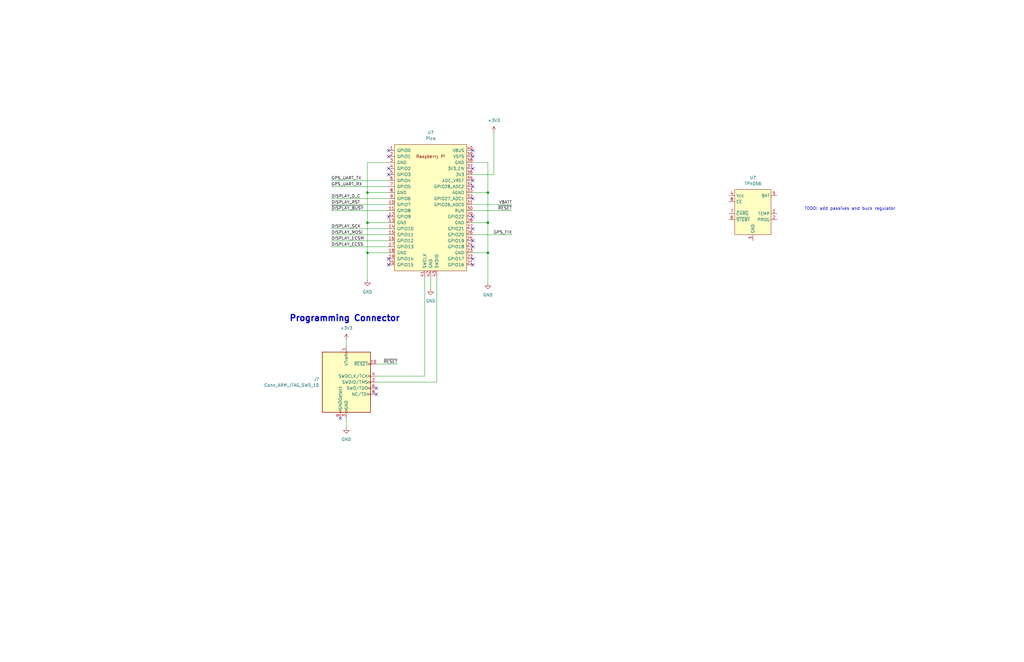
<source format=kicad_sch>
(kicad_sch (version 20211123) (generator eeschema)

  (uuid e63e39d7-6ac0-4ffd-8aa3-1841a4541b55)

  (paper "B")

  (lib_symbols
    (symbol "Connector:Conn_ARM_JTAG_SWD_10" (pin_names (offset 1.016)) (in_bom yes) (on_board yes)
      (property "Reference" "J" (id 0) (at -2.54 16.51 0)
        (effects (font (size 1.27 1.27)) (justify right))
      )
      (property "Value" "Conn_ARM_JTAG_SWD_10" (id 1) (at -2.54 13.97 0)
        (effects (font (size 1.27 1.27)) (justify right bottom))
      )
      (property "Footprint" "" (id 2) (at 0 0 0)
        (effects (font (size 1.27 1.27)) hide)
      )
      (property "Datasheet" "http://infocenter.arm.com/help/topic/com.arm.doc.ddi0314h/DDI0314H_coresight_components_trm.pdf" (id 3) (at -8.89 -31.75 90)
        (effects (font (size 1.27 1.27)) hide)
      )
      (property "ki_keywords" "Cortex Debug Connector ARM SWD JTAG" (id 4) (at 0 0 0)
        (effects (font (size 1.27 1.27)) hide)
      )
      (property "ki_description" "Cortex Debug Connector, standard ARM Cortex-M SWD and JTAG interface" (id 5) (at 0 0 0)
        (effects (font (size 1.27 1.27)) hide)
      )
      (property "ki_fp_filters" "PinHeader?2x05?P1.27mm*" (id 6) (at 0 0 0)
        (effects (font (size 1.27 1.27)) hide)
      )
      (symbol "Conn_ARM_JTAG_SWD_10_0_1"
        (rectangle (start -10.16 12.7) (end 10.16 -12.7)
          (stroke (width 0.254) (type default) (color 0 0 0 0))
          (fill (type background))
        )
        (rectangle (start -2.794 -12.7) (end -2.286 -11.684)
          (stroke (width 0) (type default) (color 0 0 0 0))
          (fill (type none))
        )
        (rectangle (start -0.254 -12.7) (end 0.254 -11.684)
          (stroke (width 0) (type default) (color 0 0 0 0))
          (fill (type none))
        )
        (rectangle (start -0.254 12.7) (end 0.254 11.684)
          (stroke (width 0) (type default) (color 0 0 0 0))
          (fill (type none))
        )
        (rectangle (start 9.144 2.286) (end 10.16 2.794)
          (stroke (width 0) (type default) (color 0 0 0 0))
          (fill (type none))
        )
        (rectangle (start 10.16 -2.794) (end 9.144 -2.286)
          (stroke (width 0) (type default) (color 0 0 0 0))
          (fill (type none))
        )
        (rectangle (start 10.16 -0.254) (end 9.144 0.254)
          (stroke (width 0) (type default) (color 0 0 0 0))
          (fill (type none))
        )
        (rectangle (start 10.16 7.874) (end 9.144 7.366)
          (stroke (width 0) (type default) (color 0 0 0 0))
          (fill (type none))
        )
      )
      (symbol "Conn_ARM_JTAG_SWD_10_1_1"
        (rectangle (start 9.144 -5.334) (end 10.16 -4.826)
          (stroke (width 0) (type default) (color 0 0 0 0))
          (fill (type none))
        )
        (pin power_in line (at 0 15.24 270) (length 2.54)
          (name "VTref" (effects (font (size 1.27 1.27))))
          (number "1" (effects (font (size 1.27 1.27))))
        )
        (pin open_collector line (at 12.7 7.62 180) (length 2.54)
          (name "~{RESET}" (effects (font (size 1.27 1.27))))
          (number "10" (effects (font (size 1.27 1.27))))
        )
        (pin bidirectional line (at 12.7 0 180) (length 2.54)
          (name "SWDIO/TMS" (effects (font (size 1.27 1.27))))
          (number "2" (effects (font (size 1.27 1.27))))
        )
        (pin power_in line (at 0 -15.24 90) (length 2.54)
          (name "GND" (effects (font (size 1.27 1.27))))
          (number "3" (effects (font (size 1.27 1.27))))
        )
        (pin output line (at 12.7 2.54 180) (length 2.54)
          (name "SWDCLK/TCK" (effects (font (size 1.27 1.27))))
          (number "4" (effects (font (size 1.27 1.27))))
        )
        (pin passive line (at 0 -15.24 90) (length 2.54) hide
          (name "GND" (effects (font (size 1.27 1.27))))
          (number "5" (effects (font (size 1.27 1.27))))
        )
        (pin input line (at 12.7 -2.54 180) (length 2.54)
          (name "SWO/TDO" (effects (font (size 1.27 1.27))))
          (number "6" (effects (font (size 1.27 1.27))))
        )
        (pin no_connect line (at -10.16 0 0) (length 2.54) hide
          (name "KEY" (effects (font (size 1.27 1.27))))
          (number "7" (effects (font (size 1.27 1.27))))
        )
        (pin output line (at 12.7 -5.08 180) (length 2.54)
          (name "NC/TDI" (effects (font (size 1.27 1.27))))
          (number "8" (effects (font (size 1.27 1.27))))
        )
        (pin passive line (at -2.54 -15.24 90) (length 2.54)
          (name "GNDDetect" (effects (font (size 1.27 1.27))))
          (number "9" (effects (font (size 1.27 1.27))))
        )
      )
    )
    (symbol "Custom_Battery_Management:TP4056" (in_bom yes) (on_board yes)
      (property "Reference" "U" (id 0) (at -6.35 8.89 0)
        (effects (font (size 1.27 1.27)))
      )
      (property "Value" "TP4056" (id 1) (at 5.08 8.89 0)
        (effects (font (size 1.27 1.27)))
      )
      (property "Footprint" "Package_SO:HSOP-8-1EP_3.9x4.9mm_P1.27mm_EP2.41x3.1mm_ThermalVias" (id 2) (at 0 15.24 0)
        (effects (font (size 1.27 1.27)) hide)
      )
      (property "Datasheet" "https://dlnmh9ip6v2uc.cloudfront.net/datasheets/Prototyping/TP4056.pdf" (id 3) (at 1.27 19.05 0)
        (effects (font (size 1.27 1.27)) hide)
      )
      (property "ki_keywords" "Battery Charger Li-Ion" (id 4) (at 0 0 0)
        (effects (font (size 1.27 1.27)) hide)
      )
      (property "ki_description" "1A Standalone Linear Li-lon Battery Charger with Thermal" (id 5) (at 0 0 0)
        (effects (font (size 1.27 1.27)) hide)
      )
      (symbol "TP4056_0_1"
        (rectangle (start -7.62 7.62) (end 7.62 -11.43)
          (stroke (width 0) (type default) (color 0 0 0 0))
          (fill (type background))
        )
      )
      (symbol "TP4056_1_1"
        (pin input line (at 10.16 -2.54 180) (length 2.54)
          (name "TEMP" (effects (font (size 1.27 1.27))))
          (number "1" (effects (font (size 1.27 1.27))))
        )
        (pin input line (at 10.16 -5.08 180) (length 2.54)
          (name "PROG" (effects (font (size 1.27 1.27))))
          (number "2" (effects (font (size 1.27 1.27))))
        )
        (pin power_in line (at 0 -13.97 90) (length 2.54)
          (name "GND" (effects (font (size 1.27 1.27))))
          (number "3" (effects (font (size 1.27 1.27))))
        )
        (pin power_in line (at -10.16 5.08 0) (length 2.54)
          (name "Vcc" (effects (font (size 1.27 1.27))))
          (number "4" (effects (font (size 1.27 1.27))))
        )
        (pin power_out line (at 10.16 5.08 180) (length 2.54)
          (name "BAT" (effects (font (size 1.27 1.27))))
          (number "5" (effects (font (size 1.27 1.27))))
        )
        (pin open_collector line (at -10.16 -5.08 0) (length 2.54)
          (name "~{STDBY}" (effects (font (size 1.27 1.27))))
          (number "6" (effects (font (size 1.27 1.27))))
        )
        (pin open_collector line (at -10.16 -2.54 0) (length 2.54)
          (name "~{CHRG}" (effects (font (size 1.27 1.27))))
          (number "7" (effects (font (size 1.27 1.27))))
        )
        (pin input line (at -10.16 2.54 0) (length 2.54)
          (name "CE" (effects (font (size 1.27 1.27))))
          (number "8" (effects (font (size 1.27 1.27))))
        )
      )
    )
    (symbol "MCU_RaspberryPi_and_Boards:Pico" (pin_names (offset 1.016)) (in_bom yes) (on_board yes)
      (property "Reference" "U" (id 0) (at -13.97 27.94 0)
        (effects (font (size 1.27 1.27)))
      )
      (property "Value" "Pico" (id 1) (at 0 19.05 0)
        (effects (font (size 1.27 1.27)))
      )
      (property "Footprint" "RPi_Pico:RPi_Pico_SMD_TH" (id 2) (at 0 0 90)
        (effects (font (size 1.27 1.27)) hide)
      )
      (property "Datasheet" "" (id 3) (at 0 0 0)
        (effects (font (size 1.27 1.27)) hide)
      )
      (symbol "Pico_0_0"
        (text "Raspberry Pi" (at 0 21.59 0)
          (effects (font (size 1.27 1.27)))
        )
      )
      (symbol "Pico_0_1"
        (rectangle (start -15.24 26.67) (end 15.24 -26.67)
          (stroke (width 0) (type default) (color 0 0 0 0))
          (fill (type background))
        )
      )
      (symbol "Pico_1_1"
        (pin bidirectional line (at -17.78 24.13 0) (length 2.54)
          (name "GPIO0" (effects (font (size 1.27 1.27))))
          (number "1" (effects (font (size 1.27 1.27))))
        )
        (pin bidirectional line (at -17.78 1.27 0) (length 2.54)
          (name "GPIO7" (effects (font (size 1.27 1.27))))
          (number "10" (effects (font (size 1.27 1.27))))
        )
        (pin bidirectional line (at -17.78 -1.27 0) (length 2.54)
          (name "GPIO8" (effects (font (size 1.27 1.27))))
          (number "11" (effects (font (size 1.27 1.27))))
        )
        (pin bidirectional line (at -17.78 -3.81 0) (length 2.54)
          (name "GPIO9" (effects (font (size 1.27 1.27))))
          (number "12" (effects (font (size 1.27 1.27))))
        )
        (pin power_in line (at -17.78 -6.35 0) (length 2.54)
          (name "GND" (effects (font (size 1.27 1.27))))
          (number "13" (effects (font (size 1.27 1.27))))
        )
        (pin bidirectional line (at -17.78 -8.89 0) (length 2.54)
          (name "GPIO10" (effects (font (size 1.27 1.27))))
          (number "14" (effects (font (size 1.27 1.27))))
        )
        (pin bidirectional line (at -17.78 -11.43 0) (length 2.54)
          (name "GPIO11" (effects (font (size 1.27 1.27))))
          (number "15" (effects (font (size 1.27 1.27))))
        )
        (pin bidirectional line (at -17.78 -13.97 0) (length 2.54)
          (name "GPIO12" (effects (font (size 1.27 1.27))))
          (number "16" (effects (font (size 1.27 1.27))))
        )
        (pin bidirectional line (at -17.78 -16.51 0) (length 2.54)
          (name "GPIO13" (effects (font (size 1.27 1.27))))
          (number "17" (effects (font (size 1.27 1.27))))
        )
        (pin power_in line (at -17.78 -19.05 0) (length 2.54)
          (name "GND" (effects (font (size 1.27 1.27))))
          (number "18" (effects (font (size 1.27 1.27))))
        )
        (pin bidirectional line (at -17.78 -21.59 0) (length 2.54)
          (name "GPIO14" (effects (font (size 1.27 1.27))))
          (number "19" (effects (font (size 1.27 1.27))))
        )
        (pin bidirectional line (at -17.78 21.59 0) (length 2.54)
          (name "GPIO1" (effects (font (size 1.27 1.27))))
          (number "2" (effects (font (size 1.27 1.27))))
        )
        (pin bidirectional line (at -17.78 -24.13 0) (length 2.54)
          (name "GPIO15" (effects (font (size 1.27 1.27))))
          (number "20" (effects (font (size 1.27 1.27))))
        )
        (pin bidirectional line (at 17.78 -24.13 180) (length 2.54)
          (name "GPIO16" (effects (font (size 1.27 1.27))))
          (number "21" (effects (font (size 1.27 1.27))))
        )
        (pin bidirectional line (at 17.78 -21.59 180) (length 2.54)
          (name "GPIO17" (effects (font (size 1.27 1.27))))
          (number "22" (effects (font (size 1.27 1.27))))
        )
        (pin power_in line (at 17.78 -19.05 180) (length 2.54)
          (name "GND" (effects (font (size 1.27 1.27))))
          (number "23" (effects (font (size 1.27 1.27))))
        )
        (pin bidirectional line (at 17.78 -16.51 180) (length 2.54)
          (name "GPIO18" (effects (font (size 1.27 1.27))))
          (number "24" (effects (font (size 1.27 1.27))))
        )
        (pin bidirectional line (at 17.78 -13.97 180) (length 2.54)
          (name "GPIO19" (effects (font (size 1.27 1.27))))
          (number "25" (effects (font (size 1.27 1.27))))
        )
        (pin bidirectional line (at 17.78 -11.43 180) (length 2.54)
          (name "GPIO20" (effects (font (size 1.27 1.27))))
          (number "26" (effects (font (size 1.27 1.27))))
        )
        (pin bidirectional line (at 17.78 -8.89 180) (length 2.54)
          (name "GPIO21" (effects (font (size 1.27 1.27))))
          (number "27" (effects (font (size 1.27 1.27))))
        )
        (pin power_in line (at 17.78 -6.35 180) (length 2.54)
          (name "GND" (effects (font (size 1.27 1.27))))
          (number "28" (effects (font (size 1.27 1.27))))
        )
        (pin bidirectional line (at 17.78 -3.81 180) (length 2.54)
          (name "GPIO22" (effects (font (size 1.27 1.27))))
          (number "29" (effects (font (size 1.27 1.27))))
        )
        (pin power_in line (at -17.78 19.05 0) (length 2.54)
          (name "GND" (effects (font (size 1.27 1.27))))
          (number "3" (effects (font (size 1.27 1.27))))
        )
        (pin input line (at 17.78 -1.27 180) (length 2.54)
          (name "RUN" (effects (font (size 1.27 1.27))))
          (number "30" (effects (font (size 1.27 1.27))))
        )
        (pin bidirectional line (at 17.78 1.27 180) (length 2.54)
          (name "GPIO26_ADC0" (effects (font (size 1.27 1.27))))
          (number "31" (effects (font (size 1.27 1.27))))
        )
        (pin bidirectional line (at 17.78 3.81 180) (length 2.54)
          (name "GPIO27_ADC1" (effects (font (size 1.27 1.27))))
          (number "32" (effects (font (size 1.27 1.27))))
        )
        (pin power_in line (at 17.78 6.35 180) (length 2.54)
          (name "AGND" (effects (font (size 1.27 1.27))))
          (number "33" (effects (font (size 1.27 1.27))))
        )
        (pin bidirectional line (at 17.78 8.89 180) (length 2.54)
          (name "GPIO28_ADC2" (effects (font (size 1.27 1.27))))
          (number "34" (effects (font (size 1.27 1.27))))
        )
        (pin unspecified line (at 17.78 11.43 180) (length 2.54)
          (name "ADC_VREF" (effects (font (size 1.27 1.27))))
          (number "35" (effects (font (size 1.27 1.27))))
        )
        (pin unspecified line (at 17.78 13.97 180) (length 2.54)
          (name "3V3" (effects (font (size 1.27 1.27))))
          (number "36" (effects (font (size 1.27 1.27))))
        )
        (pin input line (at 17.78 16.51 180) (length 2.54)
          (name "3V3_EN" (effects (font (size 1.27 1.27))))
          (number "37" (effects (font (size 1.27 1.27))))
        )
        (pin bidirectional line (at 17.78 19.05 180) (length 2.54)
          (name "GND" (effects (font (size 1.27 1.27))))
          (number "38" (effects (font (size 1.27 1.27))))
        )
        (pin unspecified line (at 17.78 21.59 180) (length 2.54)
          (name "VSYS" (effects (font (size 1.27 1.27))))
          (number "39" (effects (font (size 1.27 1.27))))
        )
        (pin bidirectional line (at -17.78 16.51 0) (length 2.54)
          (name "GPIO2" (effects (font (size 1.27 1.27))))
          (number "4" (effects (font (size 1.27 1.27))))
        )
        (pin unspecified line (at 17.78 24.13 180) (length 2.54)
          (name "VBUS" (effects (font (size 1.27 1.27))))
          (number "40" (effects (font (size 1.27 1.27))))
        )
        (pin input line (at -2.54 -29.21 90) (length 2.54)
          (name "SWCLK" (effects (font (size 1.27 1.27))))
          (number "41" (effects (font (size 1.27 1.27))))
        )
        (pin power_in line (at 0 -29.21 90) (length 2.54)
          (name "GND" (effects (font (size 1.27 1.27))))
          (number "42" (effects (font (size 1.27 1.27))))
        )
        (pin bidirectional line (at 2.54 -29.21 90) (length 2.54)
          (name "SWDIO" (effects (font (size 1.27 1.27))))
          (number "43" (effects (font (size 1.27 1.27))))
        )
        (pin bidirectional line (at -17.78 13.97 0) (length 2.54)
          (name "GPIO3" (effects (font (size 1.27 1.27))))
          (number "5" (effects (font (size 1.27 1.27))))
        )
        (pin bidirectional line (at -17.78 11.43 0) (length 2.54)
          (name "GPIO4" (effects (font (size 1.27 1.27))))
          (number "6" (effects (font (size 1.27 1.27))))
        )
        (pin bidirectional line (at -17.78 8.89 0) (length 2.54)
          (name "GPIO5" (effects (font (size 1.27 1.27))))
          (number "7" (effects (font (size 1.27 1.27))))
        )
        (pin power_in line (at -17.78 6.35 0) (length 2.54)
          (name "GND" (effects (font (size 1.27 1.27))))
          (number "8" (effects (font (size 1.27 1.27))))
        )
        (pin bidirectional line (at -17.78 3.81 0) (length 2.54)
          (name "GPIO6" (effects (font (size 1.27 1.27))))
          (number "9" (effects (font (size 1.27 1.27))))
        )
      )
    )
    (symbol "power:+3V3" (power) (pin_names (offset 0)) (in_bom yes) (on_board yes)
      (property "Reference" "#PWR" (id 0) (at 0 -3.81 0)
        (effects (font (size 1.27 1.27)) hide)
      )
      (property "Value" "+3V3" (id 1) (at 0 3.556 0)
        (effects (font (size 1.27 1.27)))
      )
      (property "Footprint" "" (id 2) (at 0 0 0)
        (effects (font (size 1.27 1.27)) hide)
      )
      (property "Datasheet" "" (id 3) (at 0 0 0)
        (effects (font (size 1.27 1.27)) hide)
      )
      (property "ki_keywords" "power-flag" (id 4) (at 0 0 0)
        (effects (font (size 1.27 1.27)) hide)
      )
      (property "ki_description" "Power symbol creates a global label with name \"+3V3\"" (id 5) (at 0 0 0)
        (effects (font (size 1.27 1.27)) hide)
      )
      (symbol "+3V3_0_1"
        (polyline
          (pts
            (xy -0.762 1.27)
            (xy 0 2.54)
          )
          (stroke (width 0) (type default) (color 0 0 0 0))
          (fill (type none))
        )
        (polyline
          (pts
            (xy 0 0)
            (xy 0 2.54)
          )
          (stroke (width 0) (type default) (color 0 0 0 0))
          (fill (type none))
        )
        (polyline
          (pts
            (xy 0 2.54)
            (xy 0.762 1.27)
          )
          (stroke (width 0) (type default) (color 0 0 0 0))
          (fill (type none))
        )
      )
      (symbol "+3V3_1_1"
        (pin power_in line (at 0 0 90) (length 0) hide
          (name "+3V3" (effects (font (size 1.27 1.27))))
          (number "1" (effects (font (size 1.27 1.27))))
        )
      )
    )
    (symbol "power:GND" (power) (pin_names (offset 0)) (in_bom yes) (on_board yes)
      (property "Reference" "#PWR" (id 0) (at 0 -6.35 0)
        (effects (font (size 1.27 1.27)) hide)
      )
      (property "Value" "GND" (id 1) (at 0 -3.81 0)
        (effects (font (size 1.27 1.27)))
      )
      (property "Footprint" "" (id 2) (at 0 0 0)
        (effects (font (size 1.27 1.27)) hide)
      )
      (property "Datasheet" "" (id 3) (at 0 0 0)
        (effects (font (size 1.27 1.27)) hide)
      )
      (property "ki_keywords" "power-flag" (id 4) (at 0 0 0)
        (effects (font (size 1.27 1.27)) hide)
      )
      (property "ki_description" "Power symbol creates a global label with name \"GND\" , ground" (id 5) (at 0 0 0)
        (effects (font (size 1.27 1.27)) hide)
      )
      (symbol "GND_0_1"
        (polyline
          (pts
            (xy 0 0)
            (xy 0 -1.27)
            (xy 1.27 -1.27)
            (xy 0 -2.54)
            (xy -1.27 -1.27)
            (xy 0 -1.27)
          )
          (stroke (width 0) (type default) (color 0 0 0 0))
          (fill (type none))
        )
      )
      (symbol "GND_1_1"
        (pin power_in line (at 0 0 270) (length 0) hide
          (name "GND" (effects (font (size 1.27 1.27))))
          (number "1" (effects (font (size 1.27 1.27))))
        )
      )
    )
  )

  (junction (at 154.94 93.98) (diameter 0) (color 0 0 0 0)
    (uuid 1fcc2ec0-30be-4aa8-ae93-e9c3b5c22e92)
  )
  (junction (at 205.74 106.68) (diameter 0) (color 0 0 0 0)
    (uuid 5fbd5982-7d69-4a47-b3d7-4594b7d5a78e)
  )
  (junction (at 205.74 93.98) (diameter 0) (color 0 0 0 0)
    (uuid 6b049703-ee73-4f85-95f4-f0ab9f24bced)
  )
  (junction (at 154.94 106.68) (diameter 0) (color 0 0 0 0)
    (uuid 8bc252d2-d881-4e18-ae45-53ac695f9597)
  )
  (junction (at 205.74 81.28) (diameter 0) (color 0 0 0 0)
    (uuid d98a2d59-4037-418e-a1f5-eba0fd09f8a9)
  )
  (junction (at 154.94 81.28) (diameter 0) (color 0 0 0 0)
    (uuid fa7b6f70-1650-411f-a051-d9a8d294bb13)
  )

  (no_connect (at 163.83 73.66) (uuid 17047d71-ef6b-4450-9aeb-cfa3cea51bf3))
  (no_connect (at 163.83 66.04) (uuid 17df1605-b46d-4afb-8881-e88d755c4fc5))
  (no_connect (at 163.83 109.22) (uuid 23311931-6c1b-441b-99ab-ce5f4388004e))
  (no_connect (at 199.39 76.2) (uuid 250dc1a6-364c-43f2-aa95-90d20389c1bd))
  (no_connect (at 199.39 91.44) (uuid 26d7ef4d-55f6-4c25-b836-f3312479386a))
  (no_connect (at 199.39 78.74) (uuid 27eee78b-6e03-4866-b136-0231906a47c1))
  (no_connect (at 143.51 176.53) (uuid 366a3063-3e08-4768-96ad-312b919ee5ec))
  (no_connect (at 199.39 101.6) (uuid 420d787d-b9f6-4e0e-91ad-db059dfb8022))
  (no_connect (at 199.39 71.12) (uuid 5717eda8-3bb7-48df-b5ac-18c446adb27e))
  (no_connect (at 163.83 63.5) (uuid 67b097ae-64e9-4b43-b5c7-1d233d48ca53))
  (no_connect (at 199.39 96.52) (uuid 8b2186f3-3f57-4130-95c5-776060a854fd))
  (no_connect (at 199.39 111.76) (uuid 94e72582-2f13-43d6-b2ae-73bf55217489))
  (no_connect (at 199.39 109.22) (uuid 988159fa-059c-4e0a-a5c9-30bedbe6e8cf))
  (no_connect (at 163.83 111.76) (uuid b1301aa4-e73e-4c37-a7ec-af0465593124))
  (no_connect (at 199.39 83.82) (uuid b6b9120c-aff7-4e99-ac38-11afd6024ae2))
  (no_connect (at 163.83 71.12) (uuid ba04b2f7-3095-4261-ac9b-23726111dd8e))
  (no_connect (at 158.75 163.83) (uuid ba928fd0-0032-4d41-bcf3-1b0c0ec35af8))
  (no_connect (at 158.75 166.37) (uuid ba928fd0-0032-4d41-bcf3-1b0c0ec35af9))
  (no_connect (at 199.39 66.04) (uuid ba9c876f-d920-41c5-b0ce-b1041caf0b16))
  (no_connect (at 199.39 63.5) (uuid bfff8e29-782e-4ed6-b231-7386f2624f91))
  (no_connect (at 163.83 91.44) (uuid fad69699-1bb6-43ee-92a6-97a12c14a022))
  (no_connect (at 199.39 104.14) (uuid fcf5212a-800c-4c24-a7b9-1be71e572fbf))

  (wire (pts (xy 139.7 83.82) (xy 163.83 83.82))
    (stroke (width 0) (type default) (color 0 0 0 0))
    (uuid 082e3919-f056-4fdc-9242-61d00df680f6)
  )
  (wire (pts (xy 139.7 99.06) (xy 163.83 99.06))
    (stroke (width 0) (type default) (color 0 0 0 0))
    (uuid 08599c5d-18df-4076-8d95-9afe2b0b7202)
  )
  (wire (pts (xy 208.28 73.66) (xy 199.39 73.66))
    (stroke (width 0) (type default) (color 0 0 0 0))
    (uuid 1bbf1dec-b7fe-4fc1-8c31-47e2c6516eb0)
  )
  (wire (pts (xy 184.15 161.29) (xy 184.15 116.84))
    (stroke (width 0) (type default) (color 0 0 0 0))
    (uuid 2184cff6-e21a-4328-9a9d-3c050a7b9a6a)
  )
  (wire (pts (xy 154.94 118.11) (xy 154.94 106.68))
    (stroke (width 0) (type default) (color 0 0 0 0))
    (uuid 2b313a30-e38d-433a-8138-4557444cf9ff)
  )
  (wire (pts (xy 154.94 106.68) (xy 154.94 93.98))
    (stroke (width 0) (type default) (color 0 0 0 0))
    (uuid 351009ad-a025-47f2-b571-906f7a025ba1)
  )
  (wire (pts (xy 205.74 119.38) (xy 205.74 106.68))
    (stroke (width 0) (type default) (color 0 0 0 0))
    (uuid 45979470-6bf5-4672-ac48-8108ae226059)
  )
  (wire (pts (xy 146.05 176.53) (xy 146.05 180.34))
    (stroke (width 0) (type default) (color 0 0 0 0))
    (uuid 5663de35-b6f5-4e23-84fd-f56bfdf3cbf6)
  )
  (wire (pts (xy 146.05 143.51) (xy 146.05 146.05))
    (stroke (width 0) (type default) (color 0 0 0 0))
    (uuid 61dc12f6-72f4-4afe-ab71-e6cc1a1d94da)
  )
  (wire (pts (xy 205.74 81.28) (xy 199.39 81.28))
    (stroke (width 0) (type default) (color 0 0 0 0))
    (uuid 61fec936-e481-4779-acaa-37c47459e30e)
  )
  (wire (pts (xy 139.7 104.14) (xy 163.83 104.14))
    (stroke (width 0) (type default) (color 0 0 0 0))
    (uuid 690323a3-1c05-46f5-9181-0c7bd326a406)
  )
  (wire (pts (xy 139.7 96.52) (xy 163.83 96.52))
    (stroke (width 0) (type default) (color 0 0 0 0))
    (uuid 70240b84-210b-475c-af2e-726312429f46)
  )
  (wire (pts (xy 199.39 86.36) (xy 215.9 86.36))
    (stroke (width 0) (type default) (color 0 0 0 0))
    (uuid 716a6c26-140e-47ca-800a-40596eb42cdc)
  )
  (wire (pts (xy 158.75 158.75) (xy 179.07 158.75))
    (stroke (width 0) (type default) (color 0 0 0 0))
    (uuid 7697f420-d0cf-44ef-8ac8-50070a10a9b3)
  )
  (wire (pts (xy 205.74 106.68) (xy 205.74 93.98))
    (stroke (width 0) (type default) (color 0 0 0 0))
    (uuid 7cb73c2c-2333-4e61-9278-e2fe026cedb5)
  )
  (wire (pts (xy 154.94 68.58) (xy 163.83 68.58))
    (stroke (width 0) (type default) (color 0 0 0 0))
    (uuid 7ede269c-c8d8-4200-b3d3-7607bdc9bc4a)
  )
  (wire (pts (xy 181.61 116.84) (xy 181.61 121.92))
    (stroke (width 0) (type default) (color 0 0 0 0))
    (uuid 8179b396-0b03-4c7d-8d14-66f79fb1d49f)
  )
  (wire (pts (xy 154.94 93.98) (xy 163.83 93.98))
    (stroke (width 0) (type default) (color 0 0 0 0))
    (uuid 823b0bf0-e5be-4abe-990a-396fa0fccba3)
  )
  (wire (pts (xy 154.94 81.28) (xy 154.94 68.58))
    (stroke (width 0) (type default) (color 0 0 0 0))
    (uuid 84bb4b12-2b5f-4303-80f3-dd6e0d51ac83)
  )
  (wire (pts (xy 205.74 93.98) (xy 199.39 93.98))
    (stroke (width 0) (type default) (color 0 0 0 0))
    (uuid 85880590-daaa-437f-b762-5258fda76b4a)
  )
  (wire (pts (xy 139.7 86.36) (xy 163.83 86.36))
    (stroke (width 0) (type default) (color 0 0 0 0))
    (uuid 8d9303c6-3404-40bf-8ab8-63c7f9648292)
  )
  (wire (pts (xy 139.7 76.2) (xy 163.83 76.2))
    (stroke (width 0) (type default) (color 0 0 0 0))
    (uuid 8ea4d0b1-8364-4566-9e67-c664fe032bb6)
  )
  (wire (pts (xy 158.75 161.29) (xy 184.15 161.29))
    (stroke (width 0) (type default) (color 0 0 0 0))
    (uuid 90df98fb-b627-4af7-9dcd-ba24b2dfeb50)
  )
  (wire (pts (xy 199.39 99.06) (xy 215.9 99.06))
    (stroke (width 0) (type default) (color 0 0 0 0))
    (uuid 97b40133-66d2-4e08-8775-1735f226e3a6)
  )
  (wire (pts (xy 205.74 93.98) (xy 205.74 81.28))
    (stroke (width 0) (type default) (color 0 0 0 0))
    (uuid 9b20f993-82b2-4c37-9c93-9b09c82fec8d)
  )
  (wire (pts (xy 158.75 153.67) (xy 167.64 153.67))
    (stroke (width 0) (type default) (color 0 0 0 0))
    (uuid 9de44c8f-42d4-4cc5-99cf-0788809dbb2f)
  )
  (wire (pts (xy 154.94 81.28) (xy 163.83 81.28))
    (stroke (width 0) (type default) (color 0 0 0 0))
    (uuid 9fb3ba29-a67b-461f-b657-fc1928481fa3)
  )
  (wire (pts (xy 139.7 101.6) (xy 163.83 101.6))
    (stroke (width 0) (type default) (color 0 0 0 0))
    (uuid a2820de7-ac5e-4e6c-b34d-05443eb45397)
  )
  (wire (pts (xy 179.07 158.75) (xy 179.07 116.84))
    (stroke (width 0) (type default) (color 0 0 0 0))
    (uuid afc3a914-9dc8-48d7-b4d3-fb47187cb64c)
  )
  (wire (pts (xy 139.7 88.9) (xy 163.83 88.9))
    (stroke (width 0) (type default) (color 0 0 0 0))
    (uuid b8f25fa4-52bf-4478-8ec0-9ed318efcf34)
  )
  (wire (pts (xy 205.74 106.68) (xy 199.39 106.68))
    (stroke (width 0) (type default) (color 0 0 0 0))
    (uuid c1d7ea6b-c5e6-4b3d-a247-8a0bf5247522)
  )
  (wire (pts (xy 208.28 55.88) (xy 208.28 73.66))
    (stroke (width 0) (type default) (color 0 0 0 0))
    (uuid c35c732a-13ba-4789-a13f-fd80d0822bdc)
  )
  (wire (pts (xy 139.7 78.74) (xy 163.83 78.74))
    (stroke (width 0) (type default) (color 0 0 0 0))
    (uuid ca8e1e75-57e3-4da2-8cd5-7a47fe21dd7b)
  )
  (wire (pts (xy 205.74 68.58) (xy 199.39 68.58))
    (stroke (width 0) (type default) (color 0 0 0 0))
    (uuid d30ed8f2-e3e8-4a86-8370-4b8ac8c61d1b)
  )
  (wire (pts (xy 199.39 88.9) (xy 215.9 88.9))
    (stroke (width 0) (type default) (color 0 0 0 0))
    (uuid d786ba89-e508-4df6-ac6b-62759b828385)
  )
  (wire (pts (xy 205.74 81.28) (xy 205.74 68.58))
    (stroke (width 0) (type default) (color 0 0 0 0))
    (uuid f6ea0516-3822-40bd-ab12-c2cd66dd1fd6)
  )
  (wire (pts (xy 154.94 106.68) (xy 163.83 106.68))
    (stroke (width 0) (type default) (color 0 0 0 0))
    (uuid f831e3ec-7a08-4345-b101-f5863c5c9dfd)
  )
  (wire (pts (xy 154.94 93.98) (xy 154.94 81.28))
    (stroke (width 0) (type default) (color 0 0 0 0))
    (uuid fa9c2274-8bdc-4a92-a172-06ce7d95615b)
  )

  (text "Programming Connector" (at 121.92 135.89 0)
    (effects (font (size 2.54 2.54) (thickness 0.508) bold) (justify left bottom))
    (uuid 7c534fd2-8ca8-4a2b-a928-8b18d4f48782)
  )
  (text "TODO: add passives and buck regulator" (at 339.09 88.9 0)
    (effects (font (size 1.27 1.27)) (justify left bottom))
    (uuid fcc763e2-e283-4276-bcbd-c5ee3bab97c7)
  )

  (label "~{DISPLAY_BUSY}" (at 139.7 88.9 0)
    (effects (font (size 1.27 1.27)) (justify left bottom))
    (uuid 00bb8352-ddd8-4b0e-84c5-27cd437e1e92)
  )
  (label "~{RESET}" (at 215.9 88.9 180)
    (effects (font (size 1.27 1.27)) (justify right bottom))
    (uuid 43730e73-8b0c-44f6-a5be-f6768db6e28f)
  )
  (label "DISPLAY_RST" (at 139.7 86.36 0)
    (effects (font (size 1.27 1.27)) (justify left bottom))
    (uuid 54c19e9d-a3f7-4b53-b8ac-ff4830ed3a4c)
  )
  (label "GPS_UART_TX" (at 139.7 76.2 0)
    (effects (font (size 1.27 1.27)) (justify left bottom))
    (uuid 566c6a1c-bb88-4590-bd0d-52301a9661e1)
  )
  (label "DISPLAY_D_C" (at 139.7 83.82 0)
    (effects (font (size 1.27 1.27)) (justify left bottom))
    (uuid 5d68a8ff-55d9-4830-83f9-f4b7757ac472)
  )
  (label "DISPLAY_ECSM" (at 139.7 101.6 0)
    (effects (font (size 1.27 1.27)) (justify left bottom))
    (uuid 7030eb79-dc96-459b-8c83-5cdc3077b868)
  )
  (label "DISPLAY_SCK" (at 139.7 96.52 0)
    (effects (font (size 1.27 1.27)) (justify left bottom))
    (uuid 76ce120a-34c6-4d15-953e-c7bd07fff34c)
  )
  (label "GPS_UART_RX" (at 139.7 78.74 0)
    (effects (font (size 1.27 1.27)) (justify left bottom))
    (uuid 8b35fdc6-9658-4879-96a6-f924f93f8a89)
  )
  (label "VBATT" (at 215.9 86.36 180)
    (effects (font (size 1.27 1.27)) (justify right bottom))
    (uuid 97dbacf1-a118-4d70-9711-b56542166b3d)
  )
  (label "~{RESET}" (at 167.64 153.67 180)
    (effects (font (size 1.27 1.27)) (justify right bottom))
    (uuid bec6f701-9cce-41e6-b899-39bd101696e6)
  )
  (label "DISPLAY_ECSS" (at 139.7 104.14 0)
    (effects (font (size 1.27 1.27)) (justify left bottom))
    (uuid d4a96037-c906-475b-895c-6fe741b209b3)
  )
  (label "GPS_FIX" (at 215.9 99.06 180)
    (effects (font (size 1.27 1.27)) (justify right bottom))
    (uuid e4726f7b-52fa-4f36-817d-a91f4806ec1a)
  )
  (label "DISPLAY_MOSI" (at 139.7 99.06 0)
    (effects (font (size 1.27 1.27)) (justify left bottom))
    (uuid fd0b9026-2db6-4605-b3fc-3cbfb3de32d7)
  )

  (symbol (lib_id "power:GND") (at 205.74 119.38 0) (unit 1)
    (in_bom yes) (on_board yes) (fields_autoplaced)
    (uuid 0eb21558-95e2-4443-8a7b-93f1c0d5623a)
    (property "Reference" "#PWR?" (id 0) (at 205.74 125.73 0)
      (effects (font (size 1.27 1.27)) hide)
    )
    (property "Value" "GND" (id 1) (at 205.74 124.46 0))
    (property "Footprint" "" (id 2) (at 205.74 119.38 0)
      (effects (font (size 1.27 1.27)) hide)
    )
    (property "Datasheet" "" (id 3) (at 205.74 119.38 0)
      (effects (font (size 1.27 1.27)) hide)
    )
    (pin "1" (uuid 6bf48c8f-8abc-4595-8318-734c0b77dc1a))
  )

  (symbol (lib_id "power:GND") (at 181.61 121.92 0) (unit 1)
    (in_bom yes) (on_board yes) (fields_autoplaced)
    (uuid 34224d5d-0a65-4d10-a868-61a6debdaff7)
    (property "Reference" "#PWR?" (id 0) (at 181.61 128.27 0)
      (effects (font (size 1.27 1.27)) hide)
    )
    (property "Value" "GND" (id 1) (at 181.61 127 0))
    (property "Footprint" "" (id 2) (at 181.61 121.92 0)
      (effects (font (size 1.27 1.27)) hide)
    )
    (property "Datasheet" "" (id 3) (at 181.61 121.92 0)
      (effects (font (size 1.27 1.27)) hide)
    )
    (pin "1" (uuid 7642f7a1-7f6b-4016-aea8-619d2b271c78))
  )

  (symbol (lib_id "Custom_Battery_Management:TP4056") (at 317.5 87.63 0) (unit 1)
    (in_bom yes) (on_board yes) (fields_autoplaced)
    (uuid 34fc22d5-4b6a-4849-8c0e-0ac86c640bbb)
    (property "Reference" "U?" (id 0) (at 317.5 74.93 0))
    (property "Value" "TP4056" (id 1) (at 317.5 77.47 0))
    (property "Footprint" "Package_SO:HSOP-8-1EP_3.9x4.9mm_P1.27mm_EP2.41x3.1mm_ThermalVias" (id 2) (at 317.5 72.39 0)
      (effects (font (size 1.27 1.27)) hide)
    )
    (property "Datasheet" "https://dlnmh9ip6v2uc.cloudfront.net/datasheets/Prototyping/TP4056.pdf" (id 3) (at 318.77 68.58 0)
      (effects (font (size 1.27 1.27)) hide)
    )
    (pin "1" (uuid baf14da5-41d4-4bd7-adc8-6bf93c298576))
    (pin "2" (uuid 574c0f75-9931-454b-b6f4-aab900ab8d95))
    (pin "3" (uuid 206a95a6-9eae-44c8-8405-4f449fa30819))
    (pin "4" (uuid 42c7d377-7bf0-4275-8f5e-a05ef8b47ea7))
    (pin "5" (uuid 93221dce-25b2-4de0-9762-a384e61f1060))
    (pin "6" (uuid 957eda23-53e4-4d46-8101-b157555d850a))
    (pin "7" (uuid c7b716f6-57a5-42ca-9fef-5f774a344760))
    (pin "8" (uuid fd67a16e-7ea9-4012-aa95-7bef87b0598e))
  )

  (symbol (lib_id "power:+3V3") (at 208.28 55.88 0) (unit 1)
    (in_bom yes) (on_board yes) (fields_autoplaced)
    (uuid 3e7681fa-55de-4e1c-a0b1-5190fcd4ba23)
    (property "Reference" "#PWR?" (id 0) (at 208.28 59.69 0)
      (effects (font (size 1.27 1.27)) hide)
    )
    (property "Value" "+3V3" (id 1) (at 208.28 50.8 0))
    (property "Footprint" "" (id 2) (at 208.28 55.88 0)
      (effects (font (size 1.27 1.27)) hide)
    )
    (property "Datasheet" "" (id 3) (at 208.28 55.88 0)
      (effects (font (size 1.27 1.27)) hide)
    )
    (pin "1" (uuid 0180d2c9-0fe9-4747-9b13-17de35319392))
  )

  (symbol (lib_id "power:GND") (at 146.05 180.34 0) (unit 1)
    (in_bom yes) (on_board yes) (fields_autoplaced)
    (uuid 5029e257-1da1-48c7-a272-91b7a98d4a51)
    (property "Reference" "#PWR?" (id 0) (at 146.05 186.69 0)
      (effects (font (size 1.27 1.27)) hide)
    )
    (property "Value" "GND" (id 1) (at 146.05 185.42 0))
    (property "Footprint" "" (id 2) (at 146.05 180.34 0)
      (effects (font (size 1.27 1.27)) hide)
    )
    (property "Datasheet" "" (id 3) (at 146.05 180.34 0)
      (effects (font (size 1.27 1.27)) hide)
    )
    (pin "1" (uuid 0562f656-7a89-4bdd-a9d6-11130151c291))
  )

  (symbol (lib_id "MCU_RaspberryPi_and_Boards:Pico") (at 181.61 87.63 0) (unit 1)
    (in_bom yes) (on_board yes) (fields_autoplaced)
    (uuid 902bd7b6-5224-4843-91f9-63426d8b94f4)
    (property "Reference" "U?" (id 0) (at 181.61 55.88 0))
    (property "Value" "Pico" (id 1) (at 181.61 58.42 0))
    (property "Footprint" "RPi_Pico:RPi_Pico_SMD_TH" (id 2) (at 181.61 87.63 90)
      (effects (font (size 1.27 1.27)) hide)
    )
    (property "Datasheet" "" (id 3) (at 181.61 87.63 0)
      (effects (font (size 1.27 1.27)) hide)
    )
    (pin "1" (uuid 587d7118-d5e5-4eb0-943e-529f387068c6))
    (pin "10" (uuid e40cc947-6343-49f5-a55a-e7372dce4995))
    (pin "11" (uuid 416926b9-50fa-4b04-97a3-82c3d00bd7c2))
    (pin "12" (uuid 1b21864d-3714-4065-bb30-8f2e6eef5194))
    (pin "13" (uuid cd75a7bc-e7f4-442f-89d1-6c59ba5bd694))
    (pin "14" (uuid f3b08687-bfb0-43fd-baad-c49e0158fbc7))
    (pin "15" (uuid 167db502-e716-4f68-b468-ecf0a59bde73))
    (pin "16" (uuid 6bfd96c1-1d98-4b73-8638-3854bfbb9588))
    (pin "17" (uuid 78c8e0ae-10e5-448d-b4d9-7cf181b9a2b9))
    (pin "18" (uuid 01fd89a2-daf3-4315-9f70-54619d3e6733))
    (pin "19" (uuid b3895a95-6f95-4d12-96ef-5f1de7bf85fe))
    (pin "2" (uuid cc224b5f-645a-4a22-87e1-b90ecbcc9849))
    (pin "20" (uuid 274b4155-b75b-4939-9486-34500301436a))
    (pin "21" (uuid 02b062e4-3065-4818-b665-1b3c2aae1455))
    (pin "22" (uuid aa10bd25-759d-4d56-ad93-261e94ef9895))
    (pin "23" (uuid 698b8884-2584-41c6-8dc1-962e9c238c3d))
    (pin "24" (uuid 5a7fd5ed-b4bf-477c-a609-563877142cee))
    (pin "25" (uuid 75356ce0-7fb9-4e0b-8294-395d04a506a6))
    (pin "26" (uuid 0ebc07bb-354b-4195-9823-bd9606153ebc))
    (pin "27" (uuid c2050ba3-e613-4a70-8453-b819daa27d7d))
    (pin "28" (uuid 707ae160-4ac0-4d3f-b8c5-37222a191570))
    (pin "29" (uuid 51ea511d-789d-4377-94a4-71c1ebb860c4))
    (pin "3" (uuid c40b399f-e2ac-4e30-bfdb-6a8a11a967d1))
    (pin "30" (uuid b7b84cb9-a669-48c5-9b59-a321d2abdd7d))
    (pin "31" (uuid b85ce1eb-7cb3-4c6d-b45a-1d7a0ab6c1e4))
    (pin "32" (uuid 291febba-3fc9-4ad0-b3c9-adaf5388321c))
    (pin "33" (uuid af3b0e94-eddd-4fc0-9866-ec1bee212265))
    (pin "34" (uuid 4bbcfff2-a83c-4bf8-91da-0d61250ff1db))
    (pin "35" (uuid 78282fef-f823-469b-bb52-3172662da434))
    (pin "36" (uuid e5168683-7792-4dde-bb10-c1480248948f))
    (pin "37" (uuid bdd276a3-3e63-4ea7-b41c-8bd8ffd2e099))
    (pin "38" (uuid 8b206171-72b6-4f41-adcd-82d469e72f8b))
    (pin "39" (uuid 5502633d-51dc-41b6-a568-52a07f94c816))
    (pin "4" (uuid 2916aca6-1893-463a-acf8-7a043f9f2754))
    (pin "40" (uuid a8042f04-c07d-4d51-8f79-a5e836d8ad8c))
    (pin "41" (uuid e7a8a3f9-15fc-4f17-9250-e7a01d909193))
    (pin "42" (uuid 02a8d0c7-5da8-4462-a565-fc778832483c))
    (pin "43" (uuid cd02b162-75f3-4484-bc08-038722d719b5))
    (pin "5" (uuid e80c888c-9471-4e4b-8d3f-3b893b07af34))
    (pin "6" (uuid 222660a2-9805-4e89-a6fb-f9a401f6856e))
    (pin "7" (uuid 08aef3a2-f0e8-4f99-b89c-c51b9f8ddc60))
    (pin "8" (uuid b7ae0558-bd10-449e-a196-8ea791647f1b))
    (pin "9" (uuid 23fa640b-fc24-42db-b4b4-f2d2a81075d9))
  )

  (symbol (lib_id "Connector:Conn_ARM_JTAG_SWD_10") (at 146.05 161.29 0) (unit 1)
    (in_bom yes) (on_board yes) (fields_autoplaced)
    (uuid cb83d966-40e9-4ca7-bd8c-f9a2629e9569)
    (property "Reference" "J?" (id 0) (at 134.62 160.0199 0)
      (effects (font (size 1.27 1.27)) (justify right))
    )
    (property "Value" "Conn_ARM_JTAG_SWD_10" (id 1) (at 134.62 162.5599 0)
      (effects (font (size 1.27 1.27)) (justify right))
    )
    (property "Footprint" "" (id 2) (at 146.05 161.29 0)
      (effects (font (size 1.27 1.27)) hide)
    )
    (property "Datasheet" "http://infocenter.arm.com/help/topic/com.arm.doc.ddi0314h/DDI0314H_coresight_components_trm.pdf" (id 3) (at 137.16 193.04 90)
      (effects (font (size 1.27 1.27)) hide)
    )
    (pin "1" (uuid f8a99996-5e55-459d-965a-80ade57a900d))
    (pin "10" (uuid ec077886-4735-45c3-af39-3669a2f15f9b))
    (pin "2" (uuid 90d00437-c964-4780-b92d-897f54d93d5c))
    (pin "3" (uuid a2e341a2-d6f8-4acd-a6ed-41bf57230383))
    (pin "4" (uuid a980e23d-e09f-40ab-9bdd-8fbd7a3c1e62))
    (pin "5" (uuid b4845e8d-4fd8-4ef0-a39f-416a65ee8c7b))
    (pin "6" (uuid 25e79eb8-65a0-4db9-a390-7764b26fcbef))
    (pin "7" (uuid e8c3c324-9b55-46ce-bc87-aaf87cc4011d))
    (pin "8" (uuid ed5c6a9c-8e74-4f3e-ac9f-8ab6ec011a38))
    (pin "9" (uuid ee2c49cd-2eaa-45fc-a049-98e30ae5131e))
  )

  (symbol (lib_id "power:GND") (at 154.94 118.11 0) (unit 1)
    (in_bom yes) (on_board yes) (fields_autoplaced)
    (uuid d7bc916c-f834-4ce6-8513-1c55db90e1f8)
    (property "Reference" "#PWR?" (id 0) (at 154.94 124.46 0)
      (effects (font (size 1.27 1.27)) hide)
    )
    (property "Value" "GND" (id 1) (at 154.94 123.19 0))
    (property "Footprint" "" (id 2) (at 154.94 118.11 0)
      (effects (font (size 1.27 1.27)) hide)
    )
    (property "Datasheet" "" (id 3) (at 154.94 118.11 0)
      (effects (font (size 1.27 1.27)) hide)
    )
    (pin "1" (uuid 91a0bb16-832e-4bcd-a2a6-35215a408989))
  )

  (symbol (lib_id "power:+3V3") (at 146.05 143.51 0) (unit 1)
    (in_bom yes) (on_board yes) (fields_autoplaced)
    (uuid fdba859d-ec52-49e9-ae1d-78754104ccd3)
    (property "Reference" "#PWR?" (id 0) (at 146.05 147.32 0)
      (effects (font (size 1.27 1.27)) hide)
    )
    (property "Value" "+3V3" (id 1) (at 146.05 138.43 0))
    (property "Footprint" "" (id 2) (at 146.05 143.51 0)
      (effects (font (size 1.27 1.27)) hide)
    )
    (property "Datasheet" "" (id 3) (at 146.05 143.51 0)
      (effects (font (size 1.27 1.27)) hide)
    )
    (pin "1" (uuid 82f23847-f8b1-4348-aa62-beb5dbe2e079))
  )

  (sheet_instances
    (path "/" (page "1"))
  )

  (symbol_instances
    (path "/0eb21558-95e2-4443-8a7b-93f1c0d5623a"
      (reference "#PWR?") (unit 1) (value "GND") (footprint "")
    )
    (path "/34224d5d-0a65-4d10-a868-61a6debdaff7"
      (reference "#PWR?") (unit 1) (value "GND") (footprint "")
    )
    (path "/3e7681fa-55de-4e1c-a0b1-5190fcd4ba23"
      (reference "#PWR?") (unit 1) (value "+3V3") (footprint "")
    )
    (path "/5029e257-1da1-48c7-a272-91b7a98d4a51"
      (reference "#PWR?") (unit 1) (value "GND") (footprint "")
    )
    (path "/d7bc916c-f834-4ce6-8513-1c55db90e1f8"
      (reference "#PWR?") (unit 1) (value "GND") (footprint "")
    )
    (path "/fdba859d-ec52-49e9-ae1d-78754104ccd3"
      (reference "#PWR?") (unit 1) (value "+3V3") (footprint "")
    )
    (path "/cb83d966-40e9-4ca7-bd8c-f9a2629e9569"
      (reference "J?") (unit 1) (value "Conn_ARM_JTAG_SWD_10") (footprint "")
    )
    (path "/34fc22d5-4b6a-4849-8c0e-0ac86c640bbb"
      (reference "U?") (unit 1) (value "TP4056") (footprint "Package_SO:HSOP-8-1EP_3.9x4.9mm_P1.27mm_EP2.41x3.1mm_ThermalVias")
    )
    (path "/902bd7b6-5224-4843-91f9-63426d8b94f4"
      (reference "U?") (unit 1) (value "Pico") (footprint "RPi_Pico:RPi_Pico_SMD_TH")
    )
  )
)

</source>
